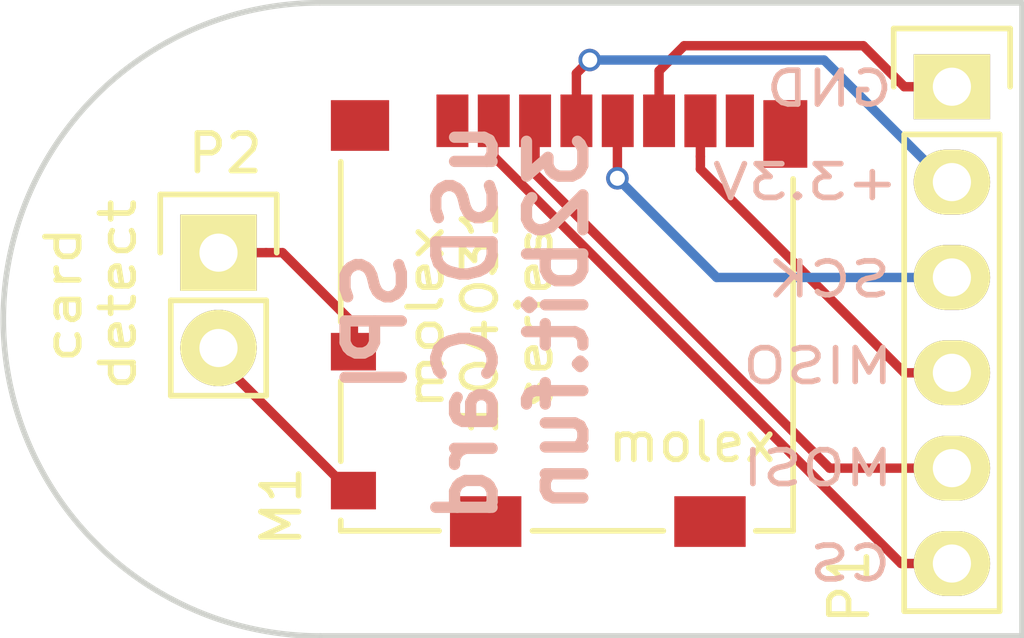
<source format=kicad_pcb>
(kicad_pcb (version 4) (host pcbnew 4.0.2+dfsg1-stable)

  (general
    (links 9)
    (no_connects 8)
    (area 123.165761 102.693361 150.443001 119.709039)
    (thickness 1.6)
    (drawings 13)
    (tracks 33)
    (zones 0)
    (modules 3)
    (nets 11)
  )

  (page A4)
  (layers
    (0 F.Cu signal)
    (31 B.Cu signal)
    (32 B.Adhes user)
    (33 F.Adhes user)
    (34 B.Paste user)
    (35 F.Paste user)
    (36 B.SilkS user)
    (37 F.SilkS user)
    (38 B.Mask user)
    (39 F.Mask user)
    (40 Dwgs.User user)
    (41 Cmts.User user)
    (42 Eco1.User user)
    (43 Eco2.User user)
    (44 Edge.Cuts user)
    (45 Margin user)
    (46 B.CrtYd user)
    (47 F.CrtYd user)
    (48 B.Fab user)
    (49 F.Fab user)
  )

  (setup
    (last_trace_width 0.25)
    (trace_clearance 0.2)
    (zone_clearance 0.508)
    (zone_45_only no)
    (trace_min 0.2)
    (segment_width 0.2)
    (edge_width 0.15)
    (via_size 0.6)
    (via_drill 0.4)
    (via_min_size 0.4)
    (via_min_drill 0.3)
    (uvia_size 0.3)
    (uvia_drill 0.1)
    (uvias_allowed no)
    (uvia_min_size 0.2)
    (uvia_min_drill 0.1)
    (pcb_text_width 0.3)
    (pcb_text_size 1.5 1.5)
    (mod_edge_width 0.15)
    (mod_text_size 1 1)
    (mod_text_width 0.15)
    (pad_size 1.524 1.524)
    (pad_drill 0.762)
    (pad_to_mask_clearance 0.2)
    (aux_axis_origin 0 0)
    (visible_elements FFFFFF7F)
    (pcbplotparams
      (layerselection 0x00030_80000001)
      (usegerberextensions false)
      (excludeedgelayer true)
      (linewidth 0.100000)
      (plotframeref false)
      (viasonmask false)
      (mode 1)
      (useauxorigin false)
      (hpglpennumber 1)
      (hpglpenspeed 20)
      (hpglpendiameter 15)
      (hpglpenoverlay 2)
      (psnegative false)
      (psa4output false)
      (plotreference true)
      (plotvalue true)
      (plotinvisibletext false)
      (padsonsilk false)
      (subtractmaskfromsilk false)
      (outputformat 1)
      (mirror false)
      (drillshape 1)
      (scaleselection 1)
      (outputdirectory ""))
  )

  (net 0 "")
  (net 1 "Net-(M1-Pad1)")
  (net 2 /CS)
  (net 3 /MOSI)
  (net 4 /+3V)
  (net 5 /SCK)
  (net 6 GND)
  (net 7 /MISO)
  (net 8 "Net-(M1-Pad8)")
  (net 9 "Net-(M1-Pad9)")
  (net 10 "Net-(M1-Pad10)")

  (net_class Default "This is the default net class."
    (clearance 0.2)
    (trace_width 0.25)
    (via_dia 0.6)
    (via_drill 0.4)
    (uvia_dia 0.3)
    (uvia_drill 0.1)
    (add_net /+3V)
    (add_net /CS)
    (add_net /MISO)
    (add_net /MOSI)
    (add_net /SCK)
    (add_net GND)
    (add_net "Net-(M1-Pad1)")
    (add_net "Net-(M1-Pad10)")
    (add_net "Net-(M1-Pad8)")
    (add_net "Net-(M1-Pad9)")
  )

  (module dics-exotic-footprints:MOLEX_MicroSD (layer F.Cu) (tedit 5A5AE296) (tstamp 5A5AE463)
    (at 135.2072 105.911 180)
    (path /5A5AD660)
    (fp_text reference M1 (at 4.5496 -10.2686 270) (layer F.SilkS)
      (effects (font (size 1 1) (thickness 0.15)))
    )
    (fp_text value Molex_Micro-SDCARD (at -1.27 -17.78 180) (layer F.Fab) hide
      (effects (font (size 1 1) (thickness 0.15)))
    )
    (fp_text user molex (at -6.3754 -8.5598 180) (layer F.SilkS)
      (effects (font (size 1 1) (thickness 0.15)))
    )
    (fp_line (start 2.9718 -10.922) (end 2.9718 -10.922) (layer F.SilkS) (width 0.15))
    (fp_line (start 2.9718 -10.6426) (end 2.9718 -10.922) (layer F.SilkS) (width 0.15))
    (fp_line (start 0.3556 -10.922) (end 2.9718 -10.922) (layer F.SilkS) (width 0.15))
    (fp_line (start -2.1336 -10.922) (end -2.1336 -10.922) (layer F.SilkS) (width 0.15))
    (fp_line (start -5.6134 -10.922) (end -2.1336 -10.922) (layer F.SilkS) (width 0.15))
    (fp_line (start -8.0772 -10.922) (end -8.0772 -10.922) (layer F.SilkS) (width 0.15))
    (fp_line (start -9.0678 -10.922) (end -8.0772 -10.922) (layer F.SilkS) (width 0.15))
    (fp_line (start -9.0678 -1.5494) (end -9.0678 -10.922) (layer F.SilkS) (width 0.15))
    (fp_line (start 2.9718 -5.3594) (end 2.9718 -1.0922) (layer F.SilkS) (width 0.15))
    (fp_line (start 2.9718 -9.0678) (end 2.9718 -6.9342) (layer F.SilkS) (width 0.15))
    (pad 1 smd rect (at 0 0 180) (size 0.85 1.4) (layers F.Cu F.Paste F.Mask)
      (net 1 "Net-(M1-Pad1)"))
    (pad 2 smd rect (at -1.1 0 180) (size 0.85 1.4) (layers F.Cu F.Paste F.Mask)
      (net 2 /CS))
    (pad 3 smd rect (at -2.2 0 180) (size 0.85 1.4) (layers F.Cu F.Paste F.Mask)
      (net 3 /MOSI))
    (pad 4 smd rect (at -3.3 0 180) (size 0.85 1.4) (layers F.Cu F.Paste F.Mask)
      (net 4 /+3V))
    (pad 5 smd rect (at -4.4 0 180) (size 0.85 1.4) (layers F.Cu F.Paste F.Mask)
      (net 5 /SCK))
    (pad 6 smd rect (at -5.5 0 180) (size 0.85 1.4) (layers F.Cu F.Paste F.Mask)
      (net 6 GND))
    (pad 7 smd rect (at -6.6 0 180) (size 0.85 1.4) (layers F.Cu F.Paste F.Mask)
      (net 7 /MISO))
    (pad 7 smd rect (at -6.6 0 180) (size 0.85 1.4) (layers F.Cu F.Paste F.Mask)
      (net 7 /MISO))
    (pad 8 smd rect (at -7.65 0 180) (size 0.75 1.4) (layers F.Cu F.Paste F.Mask)
      (net 8 "Net-(M1-Pad8)"))
    (pad "" smd rect (at -8.86 -0.35 180) (size 1.17 1.8) (layers F.Cu F.Paste F.Mask))
    (pad "" smd rect (at -6.855 -10.675 180) (size 1.9 1.35) (layers F.Cu F.Paste F.Mask))
    (pad "" smd rect (at -0.885 -10.675 180) (size 1.9 1.35) (layers F.Cu F.Paste F.Mask))
    (pad "" smd rect (at 2.46 -0.125 180) (size 1.55 1.35) (layers F.Cu F.Paste F.Mask))
    (pad 9 smd rect (at 2.635 -6.15 180) (size 1.2 1) (layers F.Cu F.Paste F.Mask)
      (net 9 "Net-(M1-Pad9)"))
    (pad 10 smd rect (at 2.635 -9.85 180) (size 1.2 1) (layers F.Cu F.Paste F.Mask)
      (net 10 "Net-(M1-Pad10)"))
  )

  (module Pin_Headers:Pin_Header_Straight_1x06 (layer F.Cu) (tedit 5A5AE299) (tstamp 5A5AE46D)
    (at 148.5011 105.0036)
    (descr "Through hole pin header")
    (tags "pin header")
    (path /5A5ACEC2)
    (fp_text reference P1 (at -2.7305 13.3096 90) (layer F.SilkS)
      (effects (font (size 1 1) (thickness 0.15)))
    )
    (fp_text value CONN_01X06 (at 0 -3.1) (layer F.Fab) hide
      (effects (font (size 1 1) (thickness 0.15)))
    )
    (fp_line (start -1.75 -1.75) (end -1.75 14.45) (layer F.CrtYd) (width 0.05))
    (fp_line (start 1.75 -1.75) (end 1.75 14.45) (layer F.CrtYd) (width 0.05))
    (fp_line (start -1.75 -1.75) (end 1.75 -1.75) (layer F.CrtYd) (width 0.05))
    (fp_line (start -1.75 14.45) (end 1.75 14.45) (layer F.CrtYd) (width 0.05))
    (fp_line (start 1.27 1.27) (end 1.27 13.97) (layer F.SilkS) (width 0.15))
    (fp_line (start 1.27 13.97) (end -1.27 13.97) (layer F.SilkS) (width 0.15))
    (fp_line (start -1.27 13.97) (end -1.27 1.27) (layer F.SilkS) (width 0.15))
    (fp_line (start 1.55 -1.55) (end 1.55 0) (layer F.SilkS) (width 0.15))
    (fp_line (start 1.27 1.27) (end -1.27 1.27) (layer F.SilkS) (width 0.15))
    (fp_line (start -1.55 0) (end -1.55 -1.55) (layer F.SilkS) (width 0.15))
    (fp_line (start -1.55 -1.55) (end 1.55 -1.55) (layer F.SilkS) (width 0.15))
    (pad 1 thru_hole rect (at 0 0) (size 2.032 1.7272) (drill 1.016) (layers *.Cu *.Mask F.SilkS)
      (net 6 GND))
    (pad 2 thru_hole oval (at 0 2.54) (size 2.032 1.7272) (drill 1.016) (layers *.Cu *.Mask F.SilkS)
      (net 4 /+3V))
    (pad 3 thru_hole oval (at 0 5.08) (size 2.032 1.7272) (drill 1.016) (layers *.Cu *.Mask F.SilkS)
      (net 5 /SCK))
    (pad 4 thru_hole oval (at 0 7.62) (size 2.032 1.7272) (drill 1.016) (layers *.Cu *.Mask F.SilkS)
      (net 7 /MISO))
    (pad 5 thru_hole oval (at 0 10.16) (size 2.032 1.7272) (drill 1.016) (layers *.Cu *.Mask F.SilkS)
      (net 3 /MOSI))
    (pad 6 thru_hole oval (at 0 12.7) (size 2.032 1.7272) (drill 1.016) (layers *.Cu *.Mask F.SilkS)
      (net 2 /CS))
    (model Pin_Headers.3dshapes/Pin_Header_Straight_1x06.wrl
      (at (xyz 0 -0.25 0))
      (scale (xyz 1 1 1))
      (rotate (xyz 0 0 90))
    )
  )

  (module Pin_Headers:Pin_Header_Straight_1x02 (layer F.Cu) (tedit 5A5AE29D) (tstamp 5A5AE473)
    (at 128.9812 109.4232)
    (descr "Through hole pin header")
    (tags "pin header")
    (path /5A5AD867)
    (fp_text reference P2 (at 0.1778 -2.6416) (layer F.SilkS)
      (effects (font (size 1 1) (thickness 0.15)))
    )
    (fp_text value CARD_SELECT (at 0 -3.1) (layer F.Fab) hide
      (effects (font (size 1 1) (thickness 0.15)))
    )
    (fp_line (start 1.27 1.27) (end 1.27 3.81) (layer F.SilkS) (width 0.15))
    (fp_line (start 1.55 -1.55) (end 1.55 0) (layer F.SilkS) (width 0.15))
    (fp_line (start -1.75 -1.75) (end -1.75 4.3) (layer F.CrtYd) (width 0.05))
    (fp_line (start 1.75 -1.75) (end 1.75 4.3) (layer F.CrtYd) (width 0.05))
    (fp_line (start -1.75 -1.75) (end 1.75 -1.75) (layer F.CrtYd) (width 0.05))
    (fp_line (start -1.75 4.3) (end 1.75 4.3) (layer F.CrtYd) (width 0.05))
    (fp_line (start 1.27 1.27) (end -1.27 1.27) (layer F.SilkS) (width 0.15))
    (fp_line (start -1.55 0) (end -1.55 -1.55) (layer F.SilkS) (width 0.15))
    (fp_line (start -1.55 -1.55) (end 1.55 -1.55) (layer F.SilkS) (width 0.15))
    (fp_line (start -1.27 1.27) (end -1.27 3.81) (layer F.SilkS) (width 0.15))
    (fp_line (start -1.27 3.81) (end 1.27 3.81) (layer F.SilkS) (width 0.15))
    (pad 1 thru_hole rect (at 0 0) (size 2.032 2.032) (drill 1.016) (layers *.Cu *.Mask F.SilkS)
      (net 9 "Net-(M1-Pad9)"))
    (pad 2 thru_hole oval (at 0 2.54) (size 2.032 2.032) (drill 1.016) (layers *.Cu *.Mask F.SilkS)
      (net 10 "Net-(M1-Pad10)"))
    (model Pin_Headers.3dshapes/Pin_Header_Straight_1x02.wrl
      (at (xyz 0 -0.05 0))
      (scale (xyz 1 1 1))
      (rotate (xyz 0 0 90))
    )
  )

  (gr_text "molex\n104031\nseries" (at 135.9408 111.1504 90) (layer F.SilkS)
    (effects (font (size 0.9 1.1) (thickness 0.15)))
  )
  (gr_text "card\ndetect" (at 125.5776 110.5408 90) (layer F.SilkS)
    (effects (font (size 0.9 1.1) (thickness 0.15)))
  )
  (gr_text "SPI\nuSD Card\n32bit.fun" (at 135.5852 111.2774 90) (layer B.SilkS)
    (effects (font (size 1.5 1.5) (thickness 0.3)) (justify mirror))
  )
  (gr_arc (start 131.6736 111.2012) (end 131.699 119.634) (angle 180.1725771) (layer Edge.Cuts) (width 0.15))
  (gr_line (start 150.368 119.634) (end 131.699 119.634) (layer Edge.Cuts) (width 0.15))
  (gr_line (start 150.368 102.7684) (end 150.368 119.634) (layer Edge.Cuts) (width 0.15))
  (gr_line (start 131.6736 102.7684) (end 150.368 102.7684) (layer Edge.Cuts) (width 0.15))
  (gr_text CS (at 145.796 117.7036) (layer B.SilkS) (tstamp 5A5AE50D)
    (effects (font (size 0.9 1.1) (thickness 0.15)) (justify mirror))
  )
  (gr_text "MOSI\n" (at 144.9324 115.1636) (layer B.SilkS) (tstamp 5A5AE50A)
    (effects (font (size 0.9 1.1) (thickness 0.15)) (justify mirror))
  )
  (gr_text MISO (at 144.9324 112.4458) (layer B.SilkS) (tstamp 5A5AE506)
    (effects (font (size 0.9 1.1) (thickness 0.15)) (justify mirror))
  )
  (gr_text SCK (at 145.2372 110.1344) (layer B.SilkS) (tstamp 5A5AE500)
    (effects (font (size 0.9 1.1) (thickness 0.15)) (justify mirror))
  )
  (gr_text +3.3V (at 144.6022 107.5436) (layer B.SilkS)
    (effects (font (size 0.9 1.1) (thickness 0.15)) (justify mirror))
  )
  (gr_text GND (at 145.2372 105.0544) (layer B.SilkS)
    (effects (font (size 0.9 1.1) (thickness 0.15)) (justify mirror))
  )

  (segment (start 148.5011 117.7036) (end 147.1498 117.7036) (width 0.25) (layer F.Cu) (net 2))
  (segment (start 147.1498 117.7036) (end 136.3072 106.861) (width 0.25) (layer F.Cu) (net 2))
  (segment (start 136.3072 106.861) (end 136.3072 105.911) (width 0.25) (layer F.Cu) (net 2))
  (segment (start 145.24621 115.1636) (end 137.4072 107.32459) (width 0.25) (layer F.Cu) (net 3))
  (segment (start 137.4072 107.32459) (end 137.4072 105.911) (width 0.25) (layer F.Cu) (net 3))
  (segment (start 148.5011 115.1636) (end 145.24621 115.1636) (width 0.25) (layer F.Cu) (net 3))
  (segment (start 138.8618 104.2924) (end 138.5072 104.647) (width 0.25) (layer F.Cu) (net 4))
  (segment (start 138.5072 104.647) (end 138.5072 105.911) (width 0.25) (layer F.Cu) (net 4))
  (segment (start 148.5011 107.5436) (end 148.3487 107.5436) (width 0.25) (layer B.Cu) (net 4))
  (segment (start 148.3487 107.5436) (end 145.0975 104.2924) (width 0.25) (layer B.Cu) (net 4))
  (segment (start 145.0975 104.2924) (end 138.8618 104.2924) (width 0.25) (layer B.Cu) (net 4))
  (via (at 138.8618 104.2924) (size 0.6) (drill 0.4) (layers F.Cu B.Cu) (net 4))
  (segment (start 139.5984 107.442) (end 139.5984 105.9198) (width 0.25) (layer F.Cu) (net 5))
  (segment (start 139.5984 105.9198) (end 139.6072 105.911) (width 0.25) (layer F.Cu) (net 5))
  (segment (start 148.5011 110.0836) (end 142.24 110.0836) (width 0.25) (layer B.Cu) (net 5))
  (segment (start 142.24 110.0836) (end 139.5984 107.442) (width 0.25) (layer B.Cu) (net 5))
  (via (at 139.5984 107.442) (size 0.6) (drill 0.4) (layers F.Cu B.Cu) (net 5))
  (segment (start 141.3764 103.9114) (end 140.7072 104.5806) (width 0.25) (layer F.Cu) (net 6))
  (segment (start 140.7072 104.5806) (end 140.7072 105.911) (width 0.25) (layer F.Cu) (net 6))
  (segment (start 146.1429 103.9114) (end 141.3764 103.9114) (width 0.25) (layer F.Cu) (net 6))
  (segment (start 148.5011 105.0036) (end 147.2351 105.0036) (width 0.25) (layer F.Cu) (net 6))
  (segment (start 147.2351 105.0036) (end 146.1429 103.9114) (width 0.25) (layer F.Cu) (net 6))
  (segment (start 148.5011 112.6236) (end 147.2351 112.6236) (width 0.25) (layer F.Cu) (net 7))
  (segment (start 147.2351 112.6236) (end 141.8072 107.1957) (width 0.25) (layer F.Cu) (net 7))
  (segment (start 141.8072 107.1957) (end 141.8072 106.861) (width 0.25) (layer F.Cu) (net 7))
  (segment (start 141.8072 106.861) (end 141.8072 105.911) (width 0.25) (layer F.Cu) (net 7))
  (segment (start 132.5722 112.061) (end 132.5722 111.311) (width 0.25) (layer F.Cu) (net 9))
  (segment (start 132.5722 111.311) (end 130.6844 109.4232) (width 0.25) (layer F.Cu) (net 9))
  (segment (start 130.2472 109.4232) (end 128.9812 109.4232) (width 0.25) (layer F.Cu) (net 9))
  (segment (start 130.6844 109.4232) (end 130.2472 109.4232) (width 0.25) (layer F.Cu) (net 9))
  (segment (start 132.5722 115.761) (end 132.4722 115.761) (width 0.25) (layer F.Cu) (net 10))
  (segment (start 132.4722 115.761) (end 128.9812 112.27) (width 0.25) (layer F.Cu) (net 10))
  (segment (start 128.9812 112.27) (end 128.9812 111.9632) (width 0.25) (layer F.Cu) (net 10))

)

</source>
